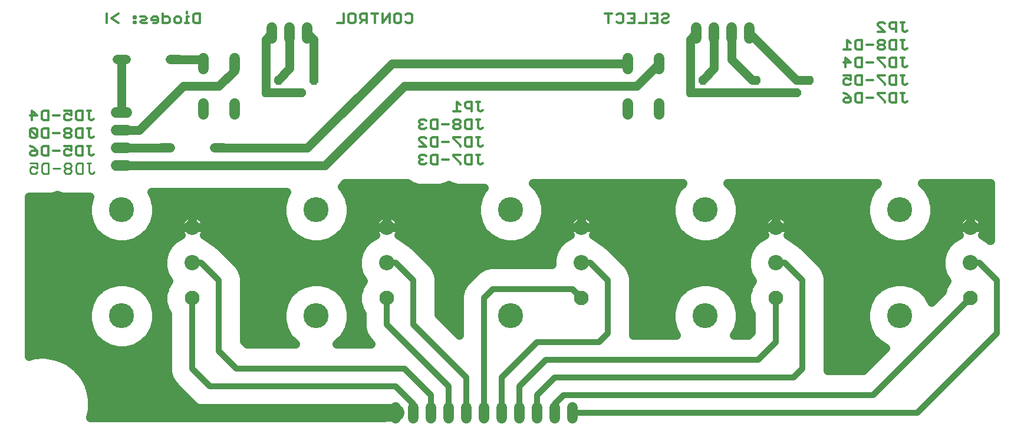
<source format=gbl>
G75*
G70*
%OFA0B0*%
%FSLAX24Y24*%
%IPPOS*%
%LPD*%
%AMOC8*
5,1,8,0,0,1.08239X$1,22.5*
%
%ADD10C,0.0140*%
%ADD11C,0.0110*%
%ADD12C,0.0600*%
%ADD13C,0.0104*%
%ADD14C,0.0520*%
%ADD15C,0.1417*%
%ADD16C,0.0827*%
%ADD17C,0.0866*%
%ADD18C,0.0500*%
%ADD19C,0.1000*%
%ADD20C,0.0320*%
D10*
X024190Y016520D02*
X024284Y016427D01*
X024471Y016427D01*
X024564Y016520D01*
X024377Y016707D02*
X024284Y016707D01*
X024190Y016614D01*
X024190Y016520D01*
X024284Y016707D02*
X024190Y016800D01*
X024190Y016894D01*
X024284Y016987D01*
X024471Y016987D01*
X024564Y016894D01*
X024835Y016894D02*
X024928Y016987D01*
X025209Y016987D01*
X025209Y016427D01*
X024928Y016427D01*
X024835Y016520D01*
X024835Y016894D01*
X025479Y016707D02*
X025853Y016707D01*
X026124Y016894D02*
X026498Y016520D01*
X026498Y016427D01*
X026769Y016520D02*
X026769Y016894D01*
X026862Y016987D01*
X027142Y016987D01*
X027142Y016427D01*
X026862Y016427D01*
X026769Y016520D01*
X027506Y016520D02*
X027506Y016987D01*
X027413Y016987D02*
X027600Y016987D01*
X027600Y017427D02*
X027506Y017520D01*
X027506Y017987D01*
X027413Y017987D02*
X027600Y017987D01*
X027600Y018427D02*
X027506Y018520D01*
X027506Y018987D01*
X027413Y018987D02*
X027600Y018987D01*
X027600Y019427D02*
X027506Y019520D01*
X027506Y019987D01*
X027413Y019987D02*
X027600Y019987D01*
X027142Y019987D02*
X026862Y019987D01*
X026769Y019894D01*
X026769Y019707D01*
X026862Y019614D01*
X027142Y019614D01*
X027142Y019427D02*
X027142Y019987D01*
X026498Y019800D02*
X026311Y019987D01*
X026311Y019427D01*
X026498Y019427D02*
X026124Y019427D01*
X026217Y018987D02*
X026124Y018894D01*
X026124Y018800D01*
X026217Y018707D01*
X026404Y018707D01*
X026498Y018800D01*
X026498Y018894D01*
X026404Y018987D01*
X026217Y018987D01*
X026217Y018707D02*
X026124Y018614D01*
X026124Y018520D01*
X026217Y018427D01*
X026404Y018427D01*
X026498Y018520D01*
X026498Y018614D01*
X026404Y018707D01*
X026769Y018520D02*
X026769Y018894D01*
X026862Y018987D01*
X027142Y018987D01*
X027142Y018427D01*
X026862Y018427D01*
X026769Y018520D01*
X025853Y018707D02*
X025479Y018707D01*
X025209Y018987D02*
X024928Y018987D01*
X024835Y018894D01*
X024835Y018520D01*
X024928Y018427D01*
X025209Y018427D01*
X025209Y018987D01*
X024564Y018894D02*
X024471Y018987D01*
X024284Y018987D01*
X024190Y018894D01*
X024190Y018800D01*
X024284Y018707D01*
X024190Y018614D01*
X024190Y018520D01*
X024284Y018427D01*
X024471Y018427D01*
X024564Y018520D01*
X024377Y018707D02*
X024284Y018707D01*
X024284Y017987D02*
X024471Y017987D01*
X024564Y017894D01*
X024835Y017894D02*
X024835Y017520D01*
X024928Y017427D01*
X025209Y017427D01*
X025209Y017987D01*
X024928Y017987D01*
X024835Y017894D01*
X024564Y017427D02*
X024190Y017800D01*
X024190Y017894D01*
X024284Y017987D01*
X024190Y017427D02*
X024564Y017427D01*
X025479Y017707D02*
X025853Y017707D01*
X026124Y017894D02*
X026498Y017520D01*
X026498Y017427D01*
X026769Y017520D02*
X026769Y017894D01*
X026862Y017987D01*
X027142Y017987D01*
X027142Y017427D01*
X026862Y017427D01*
X026769Y017520D01*
X026124Y017894D02*
X026124Y017987D01*
X026498Y017987D01*
X027600Y018427D02*
X027693Y018427D01*
X027787Y018520D01*
X027693Y019427D02*
X027600Y019427D01*
X027693Y019427D02*
X027787Y019520D01*
X027787Y017520D02*
X027693Y017427D01*
X027600Y017427D01*
X026498Y016987D02*
X026124Y016987D01*
X026124Y016894D01*
X027506Y016520D02*
X027600Y016427D01*
X027693Y016427D01*
X027787Y016520D01*
X023693Y024427D02*
X023506Y024427D01*
X023413Y024520D01*
X023142Y024520D02*
X023049Y024427D01*
X022862Y024427D01*
X022769Y024520D01*
X022769Y024894D01*
X022862Y024987D01*
X023049Y024987D01*
X023142Y024894D01*
X023142Y024520D01*
X023413Y024894D02*
X023506Y024987D01*
X023693Y024987D01*
X023787Y024894D01*
X023787Y024520D01*
X023693Y024427D01*
X022498Y024427D02*
X022498Y024987D01*
X022124Y024427D01*
X022124Y024987D01*
X021853Y024987D02*
X021479Y024987D01*
X021666Y024987D02*
X021666Y024427D01*
X021209Y024427D02*
X021209Y024987D01*
X020928Y024987D01*
X020835Y024894D01*
X020835Y024707D01*
X020928Y024614D01*
X021209Y024614D01*
X021022Y024614D02*
X020835Y024427D01*
X020564Y024520D02*
X020471Y024427D01*
X020284Y024427D01*
X020190Y024520D01*
X020190Y024894D01*
X020284Y024987D01*
X020471Y024987D01*
X020564Y024894D01*
X020564Y024520D01*
X019920Y024427D02*
X019920Y024987D01*
X019920Y024427D02*
X019546Y024427D01*
X011787Y024427D02*
X011506Y024427D01*
X011413Y024520D01*
X011413Y024894D01*
X011506Y024987D01*
X011787Y024987D01*
X011787Y024427D01*
X011142Y024427D02*
X010955Y024427D01*
X011049Y024427D02*
X011049Y024800D01*
X011142Y024800D01*
X011049Y024987D02*
X011049Y025081D01*
X010712Y024707D02*
X010712Y024520D01*
X010619Y024427D01*
X010432Y024427D01*
X010339Y024520D01*
X010339Y024707D01*
X010432Y024800D01*
X010619Y024800D01*
X010712Y024707D01*
X010068Y024707D02*
X010068Y024520D01*
X009975Y024427D01*
X009694Y024427D01*
X009694Y024987D01*
X009694Y024800D02*
X009975Y024800D01*
X010068Y024707D01*
X009423Y024707D02*
X009423Y024520D01*
X009330Y024427D01*
X009143Y024427D01*
X009050Y024614D02*
X009423Y024614D01*
X009423Y024707D02*
X009330Y024800D01*
X009143Y024800D01*
X009050Y024707D01*
X009050Y024614D01*
X008779Y024707D02*
X008686Y024800D01*
X008405Y024800D01*
X008499Y024614D02*
X008686Y024614D01*
X008779Y024707D01*
X008779Y024427D02*
X008499Y024427D01*
X008405Y024520D01*
X008499Y024614D01*
X008134Y024707D02*
X008134Y024800D01*
X008041Y024800D01*
X008041Y024707D01*
X008134Y024707D01*
X008134Y024520D02*
X008134Y024427D01*
X008041Y024427D01*
X008041Y024520D01*
X008134Y024520D01*
X007168Y024427D02*
X006794Y024707D01*
X007168Y024987D01*
X006523Y024987D02*
X006523Y024427D01*
X005600Y019487D02*
X005413Y019487D01*
X005506Y019487D02*
X005506Y019020D01*
X005600Y018927D01*
X005693Y018927D01*
X005787Y019020D01*
X005142Y018927D02*
X004862Y018927D01*
X004769Y019020D01*
X004769Y019394D01*
X004862Y019487D01*
X005142Y019487D01*
X005142Y018927D01*
X005142Y018487D02*
X004862Y018487D01*
X004769Y018394D01*
X004769Y018020D01*
X004862Y017927D01*
X005142Y017927D01*
X005142Y018487D01*
X005413Y018487D02*
X005600Y018487D01*
X005506Y018487D02*
X005506Y018020D01*
X005600Y017927D01*
X005693Y017927D01*
X005787Y018020D01*
X005600Y017487D02*
X005413Y017487D01*
X005506Y017487D02*
X005506Y017020D01*
X005600Y016927D01*
X005693Y016927D01*
X005787Y017020D01*
X005142Y016927D02*
X004862Y016927D01*
X004769Y017020D01*
X004769Y017394D01*
X004862Y017487D01*
X005142Y017487D01*
X005142Y016927D01*
X004498Y017020D02*
X004404Y016927D01*
X004217Y016927D01*
X004124Y017020D01*
X004124Y017207D01*
X004217Y017300D01*
X004311Y017300D01*
X004498Y017207D01*
X004498Y017487D01*
X004124Y017487D01*
X003853Y017207D02*
X003479Y017207D01*
X003209Y017487D02*
X002928Y017487D01*
X002835Y017394D01*
X002835Y017020D01*
X002928Y016927D01*
X003209Y016927D01*
X003209Y017487D01*
X002564Y017207D02*
X002284Y017207D01*
X002190Y017114D01*
X002190Y017020D01*
X002284Y016927D01*
X002471Y016927D01*
X002564Y017020D01*
X002564Y017207D01*
X002377Y017394D01*
X002190Y017487D01*
X002284Y017927D02*
X002471Y017927D01*
X002564Y018020D01*
X002190Y018394D01*
X002190Y018020D01*
X002284Y017927D01*
X002564Y018020D02*
X002564Y018394D01*
X002471Y018487D01*
X002284Y018487D01*
X002190Y018394D01*
X002835Y018394D02*
X002835Y018020D01*
X002928Y017927D01*
X003209Y017927D01*
X003209Y018487D01*
X002928Y018487D01*
X002835Y018394D01*
X003479Y018207D02*
X003853Y018207D01*
X004124Y018300D02*
X004217Y018207D01*
X004404Y018207D01*
X004498Y018300D01*
X004498Y018394D01*
X004404Y018487D01*
X004217Y018487D01*
X004124Y018394D01*
X004124Y018300D01*
X004217Y018207D02*
X004124Y018114D01*
X004124Y018020D01*
X004217Y017927D01*
X004404Y017927D01*
X004498Y018020D01*
X004498Y018114D01*
X004404Y018207D01*
X004404Y018927D02*
X004498Y019020D01*
X004404Y018927D02*
X004217Y018927D01*
X004124Y019020D01*
X004124Y019207D01*
X004217Y019300D01*
X004311Y019300D01*
X004498Y019207D01*
X004498Y019487D01*
X004124Y019487D01*
X003853Y019207D02*
X003479Y019207D01*
X003209Y019487D02*
X003209Y018927D01*
X002928Y018927D01*
X002835Y019020D01*
X002835Y019394D01*
X002928Y019487D01*
X003209Y019487D01*
X002564Y019207D02*
X002190Y019207D01*
X002284Y018927D02*
X002284Y019487D01*
X002564Y019207D01*
X034690Y024987D02*
X035064Y024987D01*
X034877Y024987D02*
X034877Y024427D01*
X035335Y024520D02*
X035428Y024427D01*
X035615Y024427D01*
X035709Y024520D01*
X035709Y024894D01*
X035615Y024987D01*
X035428Y024987D01*
X035335Y024894D01*
X035979Y024987D02*
X036353Y024987D01*
X036353Y024427D01*
X035979Y024427D01*
X036166Y024707D02*
X036353Y024707D01*
X036624Y024427D02*
X036998Y024427D01*
X036998Y024987D01*
X037269Y024987D02*
X037642Y024987D01*
X037642Y024427D01*
X037269Y024427D01*
X037455Y024707D02*
X037642Y024707D01*
X037913Y024614D02*
X038006Y024707D01*
X038193Y024707D01*
X038287Y024800D01*
X038287Y024894D01*
X038193Y024987D01*
X038006Y024987D01*
X037913Y024894D01*
X037913Y024614D02*
X037913Y024520D01*
X038006Y024427D01*
X038193Y024427D01*
X038287Y024520D01*
X048190Y022927D02*
X048564Y022927D01*
X048377Y022927D02*
X048377Y023487D01*
X048564Y023300D01*
X048835Y023394D02*
X048835Y023020D01*
X048928Y022927D01*
X049209Y022927D01*
X049209Y023487D01*
X048928Y023487D01*
X048835Y023394D01*
X049479Y023207D02*
X049853Y023207D01*
X050124Y023300D02*
X050124Y023394D01*
X050217Y023487D01*
X050404Y023487D01*
X050498Y023394D01*
X050498Y023300D01*
X050404Y023207D01*
X050217Y023207D01*
X050124Y023114D01*
X050124Y023020D01*
X050217Y022927D01*
X050404Y022927D01*
X050498Y023020D01*
X050498Y023114D01*
X050404Y023207D01*
X050217Y023207D02*
X050124Y023300D01*
X050769Y023394D02*
X050769Y023020D01*
X050862Y022927D01*
X051142Y022927D01*
X051142Y023487D01*
X050862Y023487D01*
X050769Y023394D01*
X051413Y023487D02*
X051600Y023487D01*
X051506Y023487D02*
X051506Y023020D01*
X051600Y022927D01*
X051693Y022927D01*
X051787Y023020D01*
X051600Y022487D02*
X051413Y022487D01*
X051506Y022487D02*
X051506Y022020D01*
X051600Y021927D01*
X051693Y021927D01*
X051787Y022020D01*
X051142Y021927D02*
X050862Y021927D01*
X050769Y022020D01*
X050769Y022394D01*
X050862Y022487D01*
X051142Y022487D01*
X051142Y021927D01*
X050498Y021927D02*
X050498Y022020D01*
X050124Y022394D01*
X050124Y022487D01*
X050498Y022487D01*
X049853Y022207D02*
X049479Y022207D01*
X049209Y022487D02*
X049209Y021927D01*
X048928Y021927D01*
X048835Y022020D01*
X048835Y022394D01*
X048928Y022487D01*
X049209Y022487D01*
X048564Y022207D02*
X048190Y022207D01*
X048284Y022487D02*
X048564Y022207D01*
X048284Y021927D02*
X048284Y022487D01*
X048190Y021487D02*
X048564Y021487D01*
X048564Y021207D01*
X048377Y021300D01*
X048284Y021300D01*
X048190Y021207D01*
X048190Y021020D01*
X048284Y020927D01*
X048471Y020927D01*
X048564Y021020D01*
X048835Y021020D02*
X048835Y021394D01*
X048928Y021487D01*
X049209Y021487D01*
X049209Y020927D01*
X048928Y020927D01*
X048835Y021020D01*
X049479Y021207D02*
X049853Y021207D01*
X050124Y021394D02*
X050498Y021020D01*
X050498Y020927D01*
X050769Y021020D02*
X050769Y021394D01*
X050862Y021487D01*
X051142Y021487D01*
X051142Y020927D01*
X050862Y020927D01*
X050769Y021020D01*
X051506Y021020D02*
X051506Y021487D01*
X051413Y021487D02*
X051600Y021487D01*
X050498Y021487D02*
X050124Y021487D01*
X050124Y021394D01*
X051506Y021020D02*
X051600Y020927D01*
X051693Y020927D01*
X051787Y021020D01*
X051600Y020487D02*
X051413Y020487D01*
X051506Y020487D02*
X051506Y020020D01*
X051600Y019927D01*
X051693Y019927D01*
X051787Y020020D01*
X051142Y019927D02*
X050862Y019927D01*
X050769Y020020D01*
X050769Y020394D01*
X050862Y020487D01*
X051142Y020487D01*
X051142Y019927D01*
X050498Y019927D02*
X050498Y020020D01*
X050124Y020394D01*
X050124Y020487D01*
X050498Y020487D01*
X049853Y020207D02*
X049479Y020207D01*
X049209Y020487D02*
X049209Y019927D01*
X048928Y019927D01*
X048835Y020020D01*
X048835Y020394D01*
X048928Y020487D01*
X049209Y020487D01*
X048564Y020207D02*
X048284Y020207D01*
X048190Y020114D01*
X048190Y020020D01*
X048284Y019927D01*
X048471Y019927D01*
X048564Y020020D01*
X048564Y020207D01*
X048377Y020394D01*
X048190Y020487D01*
X050124Y023927D02*
X050498Y023927D01*
X050124Y024300D01*
X050124Y024394D01*
X050217Y024487D01*
X050404Y024487D01*
X050498Y024394D01*
X050769Y024394D02*
X050769Y024207D01*
X050862Y024114D01*
X051142Y024114D01*
X051142Y023927D02*
X051142Y024487D01*
X050862Y024487D01*
X050769Y024394D01*
X051413Y024487D02*
X051600Y024487D01*
X051506Y024487D02*
X051506Y024020D01*
X051600Y023927D01*
X051693Y023927D01*
X051787Y024020D01*
D11*
X005802Y016010D02*
X005703Y015912D01*
X005605Y015912D01*
X005506Y016010D01*
X005506Y016502D01*
X005408Y016502D02*
X005605Y016502D01*
X005157Y016502D02*
X004862Y016502D01*
X004764Y016404D01*
X004764Y016010D01*
X004862Y015912D01*
X005157Y015912D01*
X005157Y016502D01*
X004513Y016404D02*
X004513Y016305D01*
X004414Y016207D01*
X004217Y016207D01*
X004119Y016109D01*
X004119Y016010D01*
X004217Y015912D01*
X004414Y015912D01*
X004513Y016010D01*
X004513Y016109D01*
X004414Y016207D01*
X004217Y016207D02*
X004119Y016305D01*
X004119Y016404D01*
X004217Y016502D01*
X004414Y016502D01*
X004513Y016404D01*
X003868Y016207D02*
X003474Y016207D01*
X003224Y016502D02*
X002928Y016502D01*
X002830Y016404D01*
X002830Y016010D01*
X002928Y015912D01*
X003224Y015912D01*
X003224Y016502D01*
X002579Y016502D02*
X002579Y016207D01*
X002382Y016305D01*
X002284Y016305D01*
X002185Y016207D01*
X002185Y016010D01*
X002284Y015912D01*
X002481Y015912D01*
X002579Y016010D01*
X002579Y016502D02*
X002185Y016502D01*
D12*
X007057Y016357D02*
X007657Y016357D01*
X007657Y017357D02*
X007057Y017357D01*
X007057Y018357D02*
X007657Y018357D01*
X007657Y019357D02*
X007057Y019357D01*
X011967Y019277D02*
X011967Y019877D01*
X013747Y019877D02*
X013747Y019277D01*
X013747Y021837D02*
X013747Y022437D01*
X011967Y022437D02*
X011967Y021837D01*
X015857Y023557D02*
X015857Y024157D01*
X016857Y024157D02*
X016857Y023557D01*
X017857Y023557D02*
X017857Y024157D01*
X035967Y022437D02*
X035967Y021837D01*
X037747Y021837D02*
X037747Y022437D01*
X039857Y023557D02*
X039857Y024157D01*
X040857Y024157D02*
X040857Y023557D01*
X041857Y023557D02*
X041857Y024157D01*
X042857Y024157D02*
X042857Y023557D01*
X037747Y019877D02*
X037747Y019277D01*
X035967Y019277D02*
X035967Y019877D01*
X032857Y002657D02*
X032857Y002057D01*
X031857Y002057D02*
X031857Y002657D01*
X030857Y002657D02*
X030857Y002057D01*
X029857Y002057D02*
X029857Y002657D01*
X028857Y002657D02*
X028857Y002057D01*
X027857Y002057D02*
X027857Y002657D01*
X026857Y002657D02*
X026857Y002057D01*
X025857Y002057D02*
X025857Y002657D01*
X024857Y002657D02*
X024857Y002057D01*
X023857Y002057D02*
X023857Y002657D01*
X022857Y002657D02*
X022857Y002057D01*
D13*
X017348Y020469D02*
X017296Y020417D01*
X017296Y020589D01*
X017417Y020710D01*
X017589Y020710D01*
X017710Y020589D01*
X017710Y020417D01*
X017589Y020296D01*
X017417Y020296D01*
X017296Y020417D01*
X017374Y020449D01*
X017374Y020557D01*
X017449Y020632D01*
X017557Y020632D01*
X017632Y020557D01*
X017632Y020449D01*
X017557Y020374D01*
X017449Y020374D01*
X017374Y020449D01*
X017452Y020482D01*
X017452Y020524D01*
X017482Y020554D01*
X017524Y020554D01*
X017554Y020524D01*
X017554Y020482D01*
X017524Y020452D01*
X017482Y020452D01*
X017452Y020482D01*
X018055Y021176D02*
X018003Y021124D01*
X018003Y021296D01*
X018124Y021417D01*
X018296Y021417D01*
X018417Y021296D01*
X018417Y021124D01*
X018296Y021003D01*
X018124Y021003D01*
X018003Y021124D01*
X018081Y021156D01*
X018081Y021264D01*
X018156Y021339D01*
X018264Y021339D01*
X018339Y021264D01*
X018339Y021156D01*
X018264Y021081D01*
X018156Y021081D01*
X018081Y021156D01*
X018159Y021189D01*
X018159Y021231D01*
X018189Y021261D01*
X018231Y021261D01*
X018261Y021231D01*
X018261Y021189D01*
X018231Y021159D01*
X018189Y021159D01*
X018159Y021189D01*
X016055Y021176D02*
X016003Y021124D01*
X016003Y021296D01*
X016124Y021417D01*
X016296Y021417D01*
X016417Y021296D01*
X016417Y021124D01*
X016296Y021003D01*
X016124Y021003D01*
X016003Y021124D01*
X016081Y021156D01*
X016081Y021264D01*
X016156Y021339D01*
X016264Y021339D01*
X016339Y021264D01*
X016339Y021156D01*
X016264Y021081D01*
X016156Y021081D01*
X016081Y021156D01*
X016159Y021189D01*
X016159Y021231D01*
X016189Y021261D01*
X016231Y021261D01*
X016261Y021231D01*
X016261Y021189D01*
X016231Y021159D01*
X016189Y021159D01*
X016159Y021189D01*
X015348Y020469D02*
X015296Y020417D01*
X015296Y020589D01*
X015417Y020710D01*
X015589Y020710D01*
X015710Y020589D01*
X015710Y020417D01*
X015589Y020296D01*
X015417Y020296D01*
X015296Y020417D01*
X015374Y020449D01*
X015374Y020557D01*
X015449Y020632D01*
X015557Y020632D01*
X015632Y020557D01*
X015632Y020449D01*
X015557Y020374D01*
X015449Y020374D01*
X015374Y020449D01*
X015452Y020482D01*
X015452Y020524D01*
X015482Y020554D01*
X015524Y020554D01*
X015554Y020524D01*
X015554Y020482D01*
X015524Y020452D01*
X015482Y020452D01*
X015452Y020482D01*
X039348Y020469D02*
X039296Y020417D01*
X039296Y020589D01*
X039417Y020710D01*
X039589Y020710D01*
X039710Y020589D01*
X039710Y020417D01*
X039589Y020296D01*
X039417Y020296D01*
X039296Y020417D01*
X039374Y020449D01*
X039374Y020557D01*
X039449Y020632D01*
X039557Y020632D01*
X039632Y020557D01*
X039632Y020449D01*
X039557Y020374D01*
X039449Y020374D01*
X039374Y020449D01*
X039452Y020482D01*
X039452Y020524D01*
X039482Y020554D01*
X039524Y020554D01*
X039554Y020524D01*
X039554Y020482D01*
X039524Y020452D01*
X039482Y020452D01*
X039452Y020482D01*
X040055Y021176D02*
X040003Y021124D01*
X040003Y021296D01*
X040124Y021417D01*
X040296Y021417D01*
X040417Y021296D01*
X040417Y021124D01*
X040296Y021003D01*
X040124Y021003D01*
X040003Y021124D01*
X040081Y021156D01*
X040081Y021264D01*
X040156Y021339D01*
X040264Y021339D01*
X040339Y021264D01*
X040339Y021156D01*
X040264Y021081D01*
X040156Y021081D01*
X040081Y021156D01*
X040159Y021189D01*
X040159Y021231D01*
X040189Y021261D01*
X040231Y021261D01*
X040261Y021231D01*
X040261Y021189D01*
X040231Y021159D01*
X040189Y021159D01*
X040159Y021189D01*
X042348Y020469D02*
X042296Y020417D01*
X042296Y020589D01*
X042417Y020710D01*
X042589Y020710D01*
X042710Y020589D01*
X042710Y020417D01*
X042589Y020296D01*
X042417Y020296D01*
X042296Y020417D01*
X042374Y020449D01*
X042374Y020557D01*
X042449Y020632D01*
X042557Y020632D01*
X042632Y020557D01*
X042632Y020449D01*
X042557Y020374D01*
X042449Y020374D01*
X042374Y020449D01*
X042452Y020482D01*
X042452Y020524D01*
X042482Y020554D01*
X042524Y020554D01*
X042554Y020524D01*
X042554Y020482D01*
X042524Y020452D01*
X042482Y020452D01*
X042452Y020482D01*
X043055Y021176D02*
X043003Y021124D01*
X043003Y021296D01*
X043124Y021417D01*
X043296Y021417D01*
X043417Y021296D01*
X043417Y021124D01*
X043296Y021003D01*
X043124Y021003D01*
X043003Y021124D01*
X043081Y021156D01*
X043081Y021264D01*
X043156Y021339D01*
X043264Y021339D01*
X043339Y021264D01*
X043339Y021156D01*
X043264Y021081D01*
X043156Y021081D01*
X043081Y021156D01*
X043159Y021189D01*
X043159Y021231D01*
X043189Y021261D01*
X043231Y021261D01*
X043261Y021231D01*
X043261Y021189D01*
X043231Y021159D01*
X043189Y021159D01*
X043159Y021189D01*
X045348Y020469D02*
X045296Y020417D01*
X045296Y020589D01*
X045417Y020710D01*
X045589Y020710D01*
X045710Y020589D01*
X045710Y020417D01*
X045589Y020296D01*
X045417Y020296D01*
X045296Y020417D01*
X045374Y020449D01*
X045374Y020557D01*
X045449Y020632D01*
X045557Y020632D01*
X045632Y020557D01*
X045632Y020449D01*
X045557Y020374D01*
X045449Y020374D01*
X045374Y020449D01*
X045452Y020482D01*
X045452Y020524D01*
X045482Y020554D01*
X045524Y020554D01*
X045554Y020524D01*
X045554Y020482D01*
X045524Y020452D01*
X045482Y020452D01*
X045452Y020482D01*
X046055Y021176D02*
X046003Y021124D01*
X046003Y021296D01*
X046124Y021417D01*
X046296Y021417D01*
X046417Y021296D01*
X046417Y021124D01*
X046296Y021003D01*
X046124Y021003D01*
X046003Y021124D01*
X046081Y021156D01*
X046081Y021264D01*
X046156Y021339D01*
X046264Y021339D01*
X046339Y021264D01*
X046339Y021156D01*
X046264Y021081D01*
X046156Y021081D01*
X046081Y021156D01*
X046159Y021189D01*
X046159Y021231D01*
X046189Y021261D01*
X046231Y021261D01*
X046261Y021231D01*
X046261Y021189D01*
X046231Y021159D01*
X046189Y021159D01*
X046159Y021189D01*
D14*
X013117Y017357D02*
X012597Y017357D01*
X010117Y017357D02*
X009597Y017357D01*
X010097Y022357D02*
X010617Y022357D01*
X007617Y022357D02*
X007097Y022357D01*
D15*
X007357Y013857D03*
X018357Y013857D03*
X029357Y013857D03*
X040357Y013857D03*
X051357Y013857D03*
X051357Y007857D03*
X040357Y007857D03*
X029357Y007857D03*
X018357Y007857D03*
X007357Y007857D03*
D16*
X011357Y008857D03*
X022357Y008857D03*
X033357Y008857D03*
X044357Y008857D03*
X055357Y008857D03*
D17*
X055357Y010857D03*
X055357Y012857D03*
X044357Y012857D03*
X044357Y010857D03*
X033357Y010857D03*
X033357Y012857D03*
X022357Y012857D03*
X022357Y010857D03*
X011357Y010857D03*
X011357Y012857D03*
D18*
X005687Y002526D02*
X005588Y002107D01*
X022207Y002107D01*
X022207Y002356D01*
X022307Y002356D01*
X022307Y002357D01*
X022207Y002357D01*
X022207Y002447D01*
X012542Y002447D01*
X012171Y002447D01*
X011812Y002543D01*
X011491Y002728D01*
X010491Y003728D01*
X010228Y003991D01*
X010043Y004312D01*
X009947Y004671D01*
X009947Y007972D01*
X009807Y008215D01*
X009693Y008638D01*
X009693Y009076D01*
X009807Y009499D01*
X010002Y009837D01*
X009788Y010207D01*
X009674Y010635D01*
X009674Y011078D01*
X009788Y011506D01*
X010010Y011890D01*
X010323Y012203D01*
X010703Y012423D01*
X010653Y012510D01*
X010614Y012604D01*
X010587Y012704D01*
X010574Y012805D01*
X010574Y012856D01*
X011356Y012856D01*
X011356Y012857D01*
X010574Y012857D01*
X010574Y012908D01*
X010587Y013010D01*
X010614Y013109D01*
X010653Y013204D01*
X010704Y013293D01*
X010767Y013374D01*
X010839Y013447D01*
X010921Y013509D01*
X011010Y013560D01*
X011104Y013600D01*
X011204Y013626D01*
X011305Y013640D01*
X011356Y013640D01*
X011356Y012857D01*
X011357Y012857D01*
X011357Y013640D01*
X011408Y013640D01*
X011510Y013626D01*
X011609Y013600D01*
X011704Y013560D01*
X011793Y013509D01*
X011874Y013447D01*
X011947Y013374D01*
X012009Y013293D01*
X012060Y013204D01*
X012100Y013109D01*
X012126Y013010D01*
X012140Y012908D01*
X012140Y012857D01*
X011357Y012857D01*
X011357Y012856D01*
X012140Y012856D01*
X012140Y012805D01*
X012126Y012704D01*
X012100Y012604D01*
X012060Y012510D01*
X012010Y012423D01*
X012390Y012203D01*
X012453Y012140D01*
X012722Y011985D01*
X012985Y011722D01*
X013985Y010722D01*
X014171Y010401D01*
X014267Y010042D01*
X014267Y009671D01*
X014267Y006441D01*
X014441Y006267D01*
X017193Y006267D01*
X017154Y006289D01*
X016789Y006654D01*
X016531Y007101D01*
X016398Y007599D01*
X016398Y008115D01*
X016531Y008613D01*
X016789Y009059D01*
X017154Y009424D01*
X017601Y009682D01*
X018099Y009815D01*
X018615Y009815D01*
X019113Y009682D01*
X019559Y009424D01*
X019924Y009059D01*
X020182Y008613D01*
X020315Y008115D01*
X020315Y007599D01*
X020182Y007101D01*
X019924Y006654D01*
X019559Y006289D01*
X019520Y006267D01*
X021453Y006267D01*
X021228Y006491D01*
X021043Y006812D01*
X020947Y007171D01*
X020947Y007542D01*
X020947Y007972D01*
X020807Y008215D01*
X020693Y008638D01*
X020693Y009076D01*
X020807Y009499D01*
X021002Y009837D01*
X020788Y010207D01*
X020674Y010635D01*
X020674Y011078D01*
X020788Y011506D01*
X021010Y011890D01*
X021323Y012203D01*
X021703Y012423D01*
X021653Y012510D01*
X021614Y012604D01*
X021587Y012704D01*
X021574Y012805D01*
X021574Y012856D01*
X022356Y012856D01*
X022356Y012857D01*
X021574Y012857D01*
X021574Y012908D01*
X021587Y013010D01*
X021614Y013109D01*
X021653Y013204D01*
X021704Y013293D01*
X021767Y013374D01*
X021839Y013447D01*
X021921Y013509D01*
X022010Y013560D01*
X022104Y013600D01*
X022204Y013626D01*
X022305Y013640D01*
X022356Y013640D01*
X022356Y012857D01*
X022357Y012857D01*
X022357Y013640D01*
X022408Y013640D01*
X022510Y013626D01*
X022609Y013600D01*
X022704Y013560D01*
X022793Y013509D01*
X022874Y013447D01*
X022947Y013374D01*
X023009Y013293D01*
X023060Y013204D01*
X023100Y013109D01*
X023126Y013010D01*
X023140Y012908D01*
X023140Y012857D01*
X022357Y012857D01*
X022357Y012856D01*
X023140Y012856D01*
X023140Y012805D01*
X023126Y012704D01*
X023100Y012604D01*
X023060Y012510D01*
X023010Y012423D01*
X023390Y012203D01*
X023453Y012140D01*
X023722Y011985D01*
X023985Y011722D01*
X024985Y010722D01*
X025171Y010401D01*
X025267Y010042D01*
X025267Y009671D01*
X025267Y007941D01*
X026447Y006761D01*
X026447Y008671D01*
X026447Y009042D01*
X026543Y009401D01*
X026728Y009722D01*
X027228Y010222D01*
X027228Y010222D01*
X027491Y010485D01*
X027812Y010671D01*
X028171Y010767D01*
X031674Y010767D01*
X031674Y011078D01*
X031788Y011506D01*
X032010Y011890D01*
X032323Y012203D01*
X032703Y012423D01*
X032653Y012510D01*
X032614Y012604D01*
X032587Y012704D01*
X032574Y012805D01*
X032574Y012856D01*
X033356Y012856D01*
X033356Y012857D01*
X032574Y012857D01*
X032574Y012908D01*
X032587Y013010D01*
X032614Y013109D01*
X032653Y013204D01*
X032704Y013293D01*
X032767Y013374D01*
X032839Y013447D01*
X032921Y013509D01*
X033010Y013560D01*
X033104Y013600D01*
X033204Y013626D01*
X033305Y013640D01*
X033356Y013640D01*
X033356Y012857D01*
X033357Y012857D01*
X034140Y012857D01*
X034140Y012908D01*
X034126Y013010D01*
X034100Y013109D01*
X034060Y013204D01*
X034009Y013293D01*
X033947Y013374D01*
X033874Y013447D01*
X033793Y013509D01*
X033704Y013560D01*
X033609Y013600D01*
X033510Y013626D01*
X033408Y013640D01*
X033357Y013640D01*
X033357Y012857D01*
X033357Y012856D01*
X034140Y012856D01*
X034140Y012805D01*
X034126Y012704D01*
X034100Y012604D01*
X034060Y012510D01*
X034010Y012423D01*
X034390Y012203D01*
X034453Y012140D01*
X034722Y011985D01*
X034985Y011722D01*
X035985Y010722D01*
X036171Y010401D01*
X036267Y010042D01*
X036267Y009671D01*
X036267Y006767D01*
X038724Y006767D01*
X038531Y007101D01*
X038398Y007599D01*
X038398Y008115D01*
X038531Y008613D01*
X038789Y009059D01*
X039154Y009424D01*
X039601Y009682D01*
X040099Y009815D01*
X040615Y009815D01*
X041113Y009682D01*
X041559Y009424D01*
X041924Y009059D01*
X042182Y008613D01*
X042315Y008115D01*
X042315Y007599D01*
X042182Y007101D01*
X041989Y006767D01*
X042773Y006767D01*
X042947Y006941D01*
X042947Y007972D01*
X042807Y008215D01*
X042693Y008638D01*
X042693Y009076D01*
X042807Y009499D01*
X043002Y009837D01*
X042788Y010207D01*
X042674Y010635D01*
X042674Y011078D01*
X042788Y011506D01*
X043010Y011890D01*
X043323Y012203D01*
X043703Y012423D01*
X043653Y012510D01*
X043614Y012604D01*
X043587Y012704D01*
X043574Y012805D01*
X043574Y012856D01*
X044356Y012856D01*
X044356Y012857D01*
X043574Y012857D01*
X043574Y012908D01*
X043587Y013010D01*
X043614Y013109D01*
X043653Y013204D01*
X043704Y013293D01*
X043767Y013374D01*
X043839Y013447D01*
X043921Y013509D01*
X044010Y013560D01*
X044104Y013600D01*
X044204Y013626D01*
X044305Y013640D01*
X044356Y013640D01*
X044356Y012857D01*
X044357Y012857D01*
X044357Y013640D01*
X044408Y013640D01*
X044510Y013626D01*
X044609Y013600D01*
X044704Y013560D01*
X044793Y013509D01*
X044874Y013447D01*
X044947Y013374D01*
X045009Y013293D01*
X045060Y013204D01*
X045100Y013109D01*
X045126Y013010D01*
X045140Y012908D01*
X045140Y012857D01*
X044357Y012857D01*
X044357Y012856D01*
X045140Y012856D01*
X045140Y012805D01*
X045126Y012704D01*
X045100Y012604D01*
X045060Y012510D01*
X045010Y012423D01*
X045390Y012203D01*
X045453Y012140D01*
X045722Y011985D01*
X045985Y011722D01*
X046985Y010722D01*
X047171Y010401D01*
X047267Y010042D01*
X047267Y009671D01*
X047267Y004767D01*
X049273Y004767D01*
X050561Y006055D01*
X050154Y006289D01*
X049789Y006654D01*
X049531Y007101D01*
X049398Y007599D01*
X049398Y008115D01*
X049531Y008613D01*
X049789Y009059D01*
X050154Y009424D01*
X050601Y009682D01*
X051099Y009815D01*
X051615Y009815D01*
X052113Y009682D01*
X052559Y009424D01*
X052924Y009059D01*
X053159Y008653D01*
X053734Y009228D01*
X053807Y009499D01*
X054002Y009837D01*
X053788Y010207D01*
X053674Y010635D01*
X053674Y011078D01*
X053788Y011506D01*
X054010Y011890D01*
X054323Y012203D01*
X054703Y012423D01*
X054653Y012510D01*
X054614Y012604D01*
X054587Y012704D01*
X054574Y012805D01*
X054574Y012856D01*
X055356Y012856D01*
X055356Y012857D01*
X054574Y012857D01*
X054574Y012908D01*
X054587Y013010D01*
X054614Y013109D01*
X054653Y013204D01*
X054704Y013293D01*
X054767Y013374D01*
X054839Y013447D01*
X054921Y013509D01*
X055010Y013560D01*
X055104Y013600D01*
X055204Y013626D01*
X055305Y013640D01*
X055356Y013640D01*
X055356Y012857D01*
X055357Y012857D01*
X055357Y013640D01*
X055408Y013640D01*
X055510Y013626D01*
X055609Y013600D01*
X055704Y013560D01*
X055793Y013509D01*
X055874Y013447D01*
X055947Y013374D01*
X056009Y013293D01*
X056060Y013204D01*
X056100Y013109D01*
X056126Y013010D01*
X056140Y012908D01*
X056140Y012857D01*
X055357Y012857D01*
X055357Y012856D01*
X056140Y012856D01*
X056140Y012805D01*
X056126Y012704D01*
X056100Y012604D01*
X056060Y012510D01*
X056010Y012423D01*
X056390Y012203D01*
X056453Y012140D01*
X056477Y012127D01*
X056477Y015357D01*
X052627Y015357D01*
X052924Y015059D01*
X053182Y014613D01*
X053315Y014115D01*
X053315Y013599D01*
X053182Y013101D01*
X052924Y012654D01*
X052559Y012289D01*
X052113Y012031D01*
X051615Y011898D01*
X051099Y011898D01*
X050601Y012031D01*
X050154Y012289D01*
X049789Y012654D01*
X049531Y013101D01*
X049398Y013599D01*
X049398Y014115D01*
X049531Y014613D01*
X049789Y015059D01*
X050087Y015357D01*
X041627Y015357D01*
X041924Y015059D01*
X042182Y014613D01*
X042315Y014115D01*
X042315Y013599D01*
X042182Y013101D01*
X041924Y012654D01*
X041559Y012289D01*
X041113Y012031D01*
X040615Y011898D01*
X040099Y011898D01*
X039601Y012031D01*
X039154Y012289D01*
X038789Y012654D01*
X038531Y013101D01*
X038398Y013599D01*
X038398Y014115D01*
X038531Y014613D01*
X038789Y015059D01*
X039087Y015357D01*
X030627Y015357D01*
X030924Y015059D01*
X031182Y014613D01*
X031315Y014115D01*
X031315Y013599D01*
X031182Y013101D01*
X030924Y012654D01*
X030559Y012289D01*
X030113Y012031D01*
X029615Y011898D01*
X029099Y011898D01*
X028601Y012031D01*
X028154Y012289D01*
X027789Y012654D01*
X027531Y013101D01*
X027398Y013599D01*
X027398Y014115D01*
X027531Y014613D01*
X027789Y015059D01*
X027837Y015107D01*
X027602Y015107D01*
X027426Y015107D01*
X027426Y015107D01*
X027371Y015121D01*
X027316Y015107D01*
X027036Y015107D01*
X026688Y015107D01*
X026680Y015109D01*
X026671Y015107D01*
X026324Y015107D01*
X025988Y015197D01*
X025853Y015275D01*
X025718Y015197D01*
X025382Y015107D01*
X025102Y015107D01*
X024755Y015107D01*
X024699Y015121D01*
X024644Y015107D01*
X024297Y015107D01*
X024110Y015107D01*
X023774Y015197D01*
X023497Y015357D01*
X019978Y015357D01*
X019802Y015181D01*
X019924Y015059D01*
X020182Y014613D01*
X020315Y014115D01*
X020315Y013599D01*
X020182Y013101D01*
X019924Y012654D01*
X019559Y012289D01*
X019113Y012031D01*
X018615Y011898D01*
X018099Y011898D01*
X017601Y012031D01*
X017154Y012289D01*
X016789Y012654D01*
X016531Y013101D01*
X016398Y013599D01*
X016398Y014115D01*
X016531Y014613D01*
X016672Y014857D01*
X009041Y014857D01*
X009182Y014613D01*
X009315Y014115D01*
X009315Y013599D01*
X009182Y013101D01*
X008924Y012654D01*
X008559Y012289D01*
X008113Y012031D01*
X007615Y011898D01*
X007099Y011898D01*
X006601Y012031D01*
X006154Y012289D01*
X005789Y012654D01*
X005531Y013101D01*
X005398Y013599D01*
X005398Y014115D01*
X005530Y014607D01*
X005433Y014607D01*
X005433Y014607D01*
X005381Y014621D01*
X005329Y014607D01*
X004864Y014607D01*
X004690Y014607D01*
X004690Y014607D01*
X004638Y014621D01*
X004586Y014607D01*
X004242Y014607D01*
X004216Y014607D01*
X004046Y014607D01*
X004046Y014607D01*
X004046Y014607D01*
X003916Y014641D01*
X003720Y014694D01*
X003395Y014607D01*
X002930Y014607D01*
X002757Y014607D01*
X002757Y014607D01*
X002756Y014607D01*
X002704Y014621D01*
X002652Y014607D01*
X002309Y014607D01*
X002282Y014607D01*
X002112Y014607D01*
X002112Y014607D01*
X002112Y014607D01*
X002107Y014608D01*
X002107Y005587D01*
X002362Y005663D01*
X003022Y005702D01*
X003674Y005587D01*
X004282Y005325D01*
X004812Y004930D01*
X005238Y004423D01*
X005535Y003831D01*
X005687Y003188D01*
X005687Y002526D01*
X005646Y002352D02*
X022207Y002352D01*
X021379Y006341D02*
X019611Y006341D01*
X020031Y006839D02*
X021036Y006839D01*
X020947Y007338D02*
X020245Y007338D01*
X020315Y007836D02*
X020947Y007836D01*
X020774Y008335D02*
X020256Y008335D01*
X020054Y008833D02*
X020693Y008833D01*
X020762Y009332D02*
X019651Y009332D01*
X020998Y009830D02*
X014267Y009830D01*
X014267Y009332D02*
X017062Y009332D01*
X016659Y008833D02*
X014267Y008833D01*
X014267Y008335D02*
X016457Y008335D01*
X016398Y007836D02*
X014267Y007836D01*
X014267Y007338D02*
X016468Y007338D01*
X016682Y006839D02*
X014267Y006839D01*
X014367Y006341D02*
X017103Y006341D01*
X010870Y003349D02*
X005649Y003349D01*
X005687Y002851D02*
X011368Y002851D01*
X010371Y003848D02*
X005526Y003848D01*
X005276Y004346D02*
X010034Y004346D01*
X009947Y004845D02*
X004884Y004845D01*
X004238Y005344D02*
X009947Y005344D01*
X009947Y005842D02*
X002107Y005842D01*
X002107Y006341D02*
X006103Y006341D01*
X006154Y006289D02*
X006601Y006031D01*
X007099Y005898D01*
X007615Y005898D01*
X008113Y006031D01*
X008559Y006289D01*
X008924Y006654D01*
X009182Y007101D01*
X009315Y007599D01*
X009315Y008115D01*
X009182Y008613D01*
X008924Y009059D01*
X008559Y009424D01*
X008113Y009682D01*
X007615Y009815D01*
X007099Y009815D01*
X006601Y009682D01*
X006154Y009424D01*
X005789Y009059D01*
X005531Y008613D01*
X005398Y008115D01*
X005398Y007599D01*
X005531Y007101D01*
X005789Y006654D01*
X006154Y006289D01*
X005682Y006839D02*
X002107Y006839D01*
X002107Y007338D02*
X005468Y007338D01*
X005398Y007836D02*
X002107Y007836D01*
X002107Y008335D02*
X005457Y008335D01*
X005659Y008833D02*
X002107Y008833D01*
X002107Y009332D02*
X006062Y009332D01*
X008651Y009332D02*
X009762Y009332D01*
X009693Y008833D02*
X009054Y008833D01*
X009256Y008335D02*
X009774Y008335D01*
X009947Y007836D02*
X009315Y007836D01*
X009245Y007338D02*
X009947Y007338D01*
X009947Y006839D02*
X009031Y006839D01*
X008611Y006341D02*
X009947Y006341D01*
X009998Y009830D02*
X002107Y009830D01*
X002107Y010329D02*
X009756Y010329D01*
X009674Y010828D02*
X002107Y010828D01*
X002107Y011326D02*
X009740Y011326D01*
X009972Y011825D02*
X002107Y011825D01*
X002107Y012323D02*
X006120Y012323D01*
X005693Y012822D02*
X002107Y012822D01*
X002107Y013320D02*
X005473Y013320D01*
X005398Y013819D02*
X002107Y013819D01*
X002107Y014317D02*
X005452Y014317D01*
X005433Y014607D02*
X005433Y014607D01*
X004690Y014607D02*
X004690Y014607D01*
X007357Y016357D02*
X018857Y016357D01*
X023357Y020857D01*
X036467Y020857D01*
X037747Y022137D01*
X035967Y022137D02*
X022637Y022137D01*
X017857Y017357D01*
X012857Y017357D01*
X009857Y017357D02*
X007357Y017357D01*
X007357Y018357D02*
X008357Y018357D01*
X010857Y020857D01*
X012857Y020857D01*
X013747Y021747D01*
X013747Y022137D01*
X011967Y022137D02*
X011747Y022357D01*
X010357Y022357D01*
X007357Y022357D02*
X007357Y019357D01*
X015503Y020503D02*
X017503Y020503D01*
X018210Y021210D02*
X018210Y023503D01*
X017857Y023857D01*
X016857Y023857D02*
X016857Y021857D01*
X016210Y021210D01*
X015503Y020503D02*
X015503Y023503D01*
X015857Y023857D01*
X019936Y015314D02*
X023570Y015314D01*
X020261Y014317D02*
X027452Y014317D01*
X027398Y013819D02*
X020315Y013819D01*
X020241Y013320D02*
X021725Y013320D01*
X022356Y013320D02*
X022357Y013320D01*
X022988Y013320D02*
X027473Y013320D01*
X027693Y012822D02*
X023140Y012822D01*
X023183Y012323D02*
X028120Y012323D01*
X030593Y012323D02*
X032531Y012323D01*
X032574Y012822D02*
X031021Y012822D01*
X031241Y013320D02*
X032725Y013320D01*
X033356Y013320D02*
X033357Y013320D01*
X033988Y013320D02*
X038473Y013320D01*
X038398Y013819D02*
X031315Y013819D01*
X031261Y014317D02*
X038452Y014317D01*
X038649Y014816D02*
X031065Y014816D01*
X030669Y015314D02*
X039044Y015314D01*
X041669Y015314D02*
X050044Y015314D01*
X049649Y014816D02*
X042065Y014816D01*
X042261Y014317D02*
X049452Y014317D01*
X049398Y013819D02*
X042315Y013819D01*
X042241Y013320D02*
X043725Y013320D01*
X044356Y013320D02*
X044357Y013320D01*
X044988Y013320D02*
X049473Y013320D01*
X049693Y012822D02*
X045140Y012822D01*
X045183Y012323D02*
X050120Y012323D01*
X052593Y012323D02*
X054531Y012323D01*
X054574Y012822D02*
X053021Y012822D01*
X053241Y013320D02*
X054725Y013320D01*
X055356Y013320D02*
X055357Y013320D01*
X055988Y013320D02*
X056477Y013320D01*
X056477Y012822D02*
X056140Y012822D01*
X056183Y012323D02*
X056477Y012323D01*
X053972Y011825D02*
X045883Y011825D01*
X046381Y011326D02*
X053740Y011326D01*
X053674Y010828D02*
X046880Y010828D01*
X047190Y010329D02*
X053756Y010329D01*
X053998Y009830D02*
X047267Y009830D01*
X047267Y009332D02*
X050062Y009332D01*
X049659Y008833D02*
X047267Y008833D01*
X047267Y008335D02*
X049457Y008335D01*
X049398Y007836D02*
X047267Y007836D01*
X047267Y007338D02*
X049468Y007338D01*
X049682Y006839D02*
X047267Y006839D01*
X047267Y006341D02*
X050103Y006341D01*
X050348Y005842D02*
X047267Y005842D01*
X047267Y005344D02*
X049850Y005344D01*
X049351Y004845D02*
X047267Y004845D01*
X042845Y006839D02*
X042031Y006839D01*
X042245Y007338D02*
X042947Y007338D01*
X042947Y007836D02*
X042315Y007836D01*
X042256Y008335D02*
X042774Y008335D01*
X042693Y008833D02*
X042054Y008833D01*
X041651Y009332D02*
X042762Y009332D01*
X042998Y009830D02*
X036267Y009830D01*
X036267Y009332D02*
X039062Y009332D01*
X038659Y008833D02*
X036267Y008833D01*
X036267Y008335D02*
X038457Y008335D01*
X038398Y007836D02*
X036267Y007836D01*
X036267Y007338D02*
X038468Y007338D01*
X038682Y006839D02*
X036267Y006839D01*
X036190Y010329D02*
X042756Y010329D01*
X042674Y010828D02*
X035880Y010828D01*
X035381Y011326D02*
X042740Y011326D01*
X042972Y011825D02*
X034883Y011825D01*
X034183Y012323D02*
X039120Y012323D01*
X038693Y012822D02*
X034140Y012822D01*
X031972Y011825D02*
X023883Y011825D01*
X024381Y011326D02*
X031740Y011326D01*
X031674Y010828D02*
X024880Y010828D01*
X025190Y010329D02*
X027335Y010329D01*
X026836Y009830D02*
X025267Y009830D01*
X025267Y009332D02*
X026524Y009332D01*
X026447Y008833D02*
X025267Y008833D01*
X025267Y008335D02*
X026447Y008335D01*
X026447Y007836D02*
X025371Y007836D01*
X025870Y007338D02*
X026447Y007338D01*
X026447Y006839D02*
X026368Y006839D01*
X020756Y010329D02*
X014190Y010329D01*
X013880Y010828D02*
X020674Y010828D01*
X020740Y011326D02*
X013381Y011326D01*
X012883Y011825D02*
X020972Y011825D01*
X021531Y012323D02*
X019593Y012323D01*
X020021Y012822D02*
X021574Y012822D01*
X017120Y012323D02*
X012183Y012323D01*
X012140Y012822D02*
X016693Y012822D01*
X016473Y013320D02*
X011988Y013320D01*
X011357Y013320D02*
X011356Y013320D01*
X010725Y013320D02*
X009241Y013320D01*
X009315Y013819D02*
X016398Y013819D01*
X016452Y014317D02*
X009261Y014317D01*
X009065Y014816D02*
X016649Y014816D01*
X020065Y014816D02*
X027649Y014816D01*
X027426Y015107D02*
X027426Y015107D01*
X039503Y020503D02*
X039503Y023503D01*
X039857Y023857D01*
X040857Y023857D02*
X040857Y021857D01*
X040210Y021210D01*
X039503Y020503D02*
X042503Y020503D01*
X045503Y020503D01*
X045503Y021210D02*
X042857Y023857D01*
X041857Y023857D02*
X041857Y022357D01*
X043003Y021210D01*
X043210Y021210D01*
X045503Y021210D02*
X046210Y021210D01*
X052669Y015314D02*
X056477Y015314D01*
X056477Y014816D02*
X053065Y014816D01*
X053261Y014317D02*
X056477Y014317D01*
X056477Y013819D02*
X053315Y013819D01*
X043574Y012822D02*
X042021Y012822D01*
X041593Y012323D02*
X043531Y012323D01*
X052651Y009332D02*
X053762Y009332D01*
X053339Y008833D02*
X053054Y008833D01*
X010574Y012822D02*
X009021Y012822D01*
X008593Y012323D02*
X010531Y012323D01*
D19*
X010857Y002357D02*
X022857Y002357D01*
D20*
X023857Y002357D02*
X023857Y002857D01*
X022857Y003857D01*
X012357Y003857D01*
X011357Y004857D01*
X011357Y008857D01*
X012857Y009857D02*
X011857Y010857D01*
X011357Y010857D01*
X012857Y009857D02*
X012857Y005857D01*
X013857Y004857D01*
X023357Y004857D01*
X024857Y003357D01*
X024857Y002357D01*
X025857Y002357D02*
X025857Y003857D01*
X022357Y007357D01*
X022357Y008857D01*
X023857Y009857D02*
X022857Y010857D01*
X022357Y010857D01*
X023857Y009857D02*
X023857Y007357D01*
X026857Y004357D01*
X026857Y002357D01*
X027857Y002357D02*
X027857Y008857D01*
X028357Y009357D01*
X032857Y009357D01*
X033357Y008857D01*
X034857Y009857D02*
X033857Y010857D01*
X033357Y010857D01*
X034857Y009857D02*
X034857Y006857D01*
X034357Y006357D01*
X030857Y006357D01*
X028857Y004357D01*
X028857Y002357D01*
X029857Y002357D02*
X029857Y003857D01*
X031357Y005357D01*
X043357Y005357D01*
X044357Y006357D01*
X044357Y008857D01*
X045857Y009857D02*
X044857Y010857D01*
X044357Y010857D01*
X045857Y009857D02*
X045857Y004857D01*
X045357Y004357D01*
X031857Y004357D01*
X030857Y003357D01*
X030857Y002357D01*
X031857Y002357D02*
X031857Y002857D01*
X032357Y003357D01*
X049857Y003357D01*
X055357Y008857D01*
X056857Y009857D02*
X055857Y010857D01*
X055357Y010857D01*
X056857Y009857D02*
X056857Y006857D01*
X052357Y002357D01*
X032857Y002357D01*
M02*

</source>
